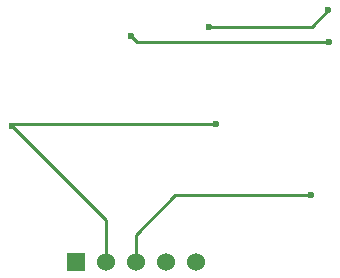
<source format=gbl>
G04 #@! TF.FileFunction,Copper,L2,Bot,Signal*
%FSLAX46Y46*%
G04 Gerber Fmt 4.6, Leading zero omitted, Abs format (unit mm)*
G04 Created by KiCad (PCBNEW 4.0.1-3.201512221402+6198~38~ubuntu15.04.1-stable) date Mon 04 Jan 2016 10:21:23 PM EST*
%MOMM*%
G01*
G04 APERTURE LIST*
%ADD10C,0.100000*%
%ADD11R,1.524000X1.524000*%
%ADD12C,1.524000*%
%ADD13C,0.600000*%
%ADD14C,0.250000*%
G04 APERTURE END LIST*
D10*
D11*
X168080000Y-111700000D03*
D12*
X170620000Y-111700000D03*
X173160000Y-111700000D03*
X175700000Y-111700000D03*
X178240000Y-111700000D03*
D13*
X189500000Y-93000000D03*
X172750000Y-92500000D03*
X189475000Y-90365000D03*
X179400000Y-91750000D03*
X162670000Y-100150000D03*
X180000000Y-100000000D03*
X188000000Y-106000000D03*
X173000000Y-111750000D03*
D14*
X173250000Y-93000000D02*
X189500000Y-93000000D01*
X173250000Y-93000000D02*
X172750000Y-92500000D01*
X188090000Y-91750000D02*
X179400000Y-91750000D01*
X188090000Y-91750000D02*
X189475000Y-90365000D01*
X170620000Y-111700000D02*
X170620000Y-108100000D01*
X170620000Y-108100000D02*
X162670000Y-100150000D01*
X162820000Y-100000000D02*
X180000000Y-100000000D01*
X162670000Y-100150000D02*
X162820000Y-100000000D01*
X173160000Y-111700000D02*
X173160000Y-109340000D01*
X176500000Y-106000000D02*
X188000000Y-106000000D01*
X173160000Y-109340000D02*
X176500000Y-106000000D01*
M02*

</source>
